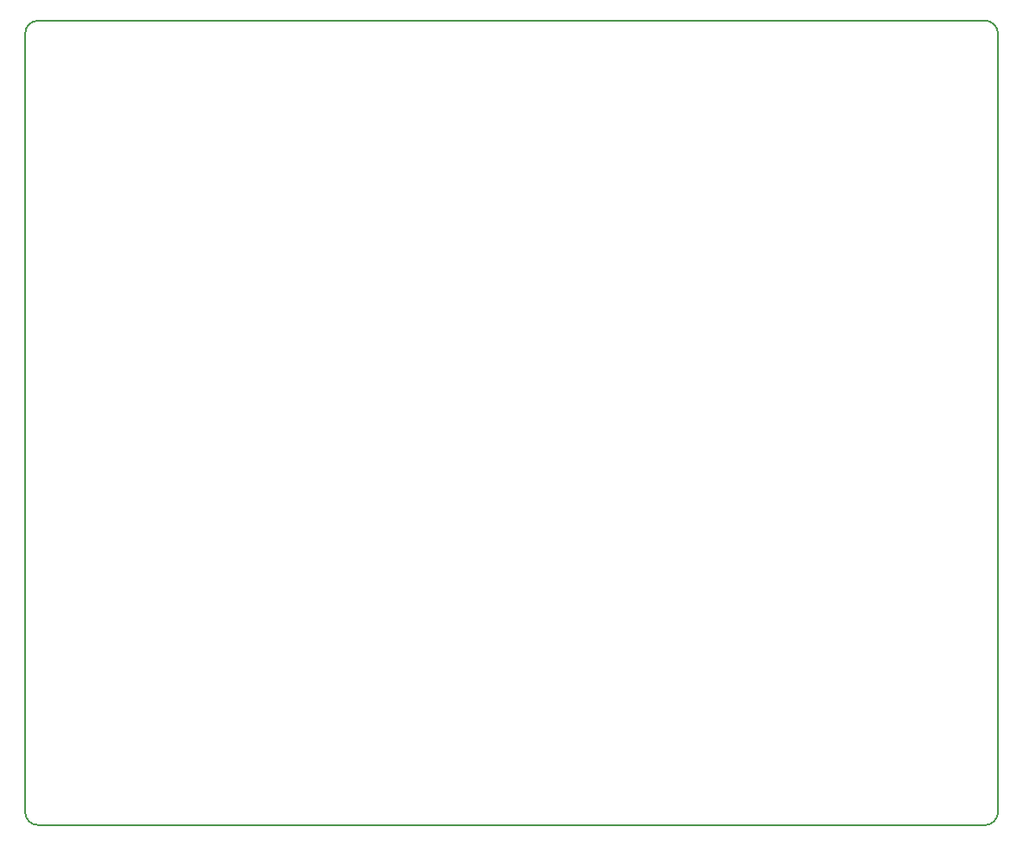
<source format=gko>
G04*
G04 #@! TF.GenerationSoftware,Altium Limited,Altium Designer,25.6.2 (33)*
G04*
G04 Layer_Color=16711935*
%FSLAX25Y25*%
%MOIN*%
G70*
G04*
G04 #@! TF.SameCoordinates,CE49FCD3-F284-452D-968F-53FA369C6713*
G04*
G04*
G04 #@! TF.FilePolarity,Positive*
G04*
G01*
G75*
%ADD16C,0.00600*%
D16*
X7500Y312500D02*
G03*
X2500Y307500I0J-5000D01*
G01*
Y7500D02*
G03*
X7500Y2500I5000J0D01*
G01*
X372500D02*
G03*
X377500Y7500I0J5000D01*
G01*
Y307500D02*
G03*
X372500Y312500I-5000J0D01*
G01*
X7500D02*
X10000D01*
X2500Y7500D02*
Y307500D01*
X7500Y2500D02*
X372500D01*
X377500Y7500D02*
Y307500D01*
X10000Y312500D02*
X372500D01*
M02*

</source>
